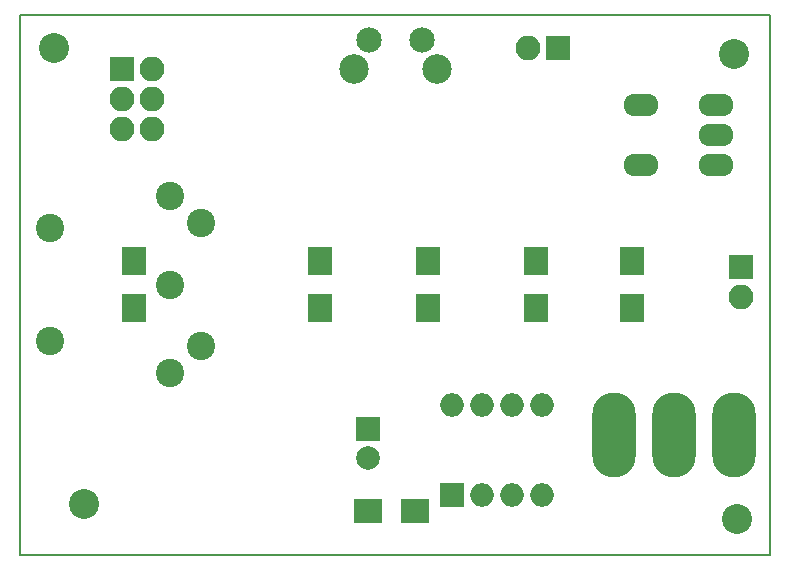
<source format=gbr>
G04 #@! TF.FileFunction,Soldermask,Bot*
%FSLAX46Y46*%
G04 Gerber Fmt 4.6, Leading zero omitted, Abs format (unit mm)*
G04 Created by KiCad (PCBNEW 4.0.7-e2-6376~61~ubuntu18.04.1) date Wed Jul 18 23:52:16 2018*
%MOMM*%
%LPD*%
G01*
G04 APERTURE LIST*
%ADD10C,0.100000*%
%ADD11C,0.150000*%
%ADD12R,2.000000X2.000000*%
%ADD13O,2.000000X2.000000*%
%ADD14R,2.100000X2.400000*%
%ADD15R,2.400000X2.100000*%
%ADD16C,2.000000*%
%ADD17R,2.100000X2.100000*%
%ADD18O,2.100000X2.100000*%
%ADD19C,2.500000*%
%ADD20C,2.150000*%
%ADD21O,3.700000X7.200000*%
%ADD22O,2.940000X1.924000*%
%ADD23C,2.400000*%
%ADD24C,2.540000*%
G04 APERTURE END LIST*
D10*
D11*
X0Y127000D02*
X0Y45847000D01*
X63500000Y127000D02*
X0Y127000D01*
X63500000Y127000D02*
X63500000Y45847000D01*
X63500000Y45847000D02*
X0Y45847000D01*
D12*
X36576000Y5207000D03*
D13*
X44196000Y12827000D03*
X39116000Y5207000D03*
X41656000Y12827000D03*
X41656000Y5207000D03*
X39116000Y12827000D03*
X44196000Y5207000D03*
X36576000Y12827000D03*
D14*
X43688000Y20987000D03*
X43688000Y24987000D03*
X25400000Y20987000D03*
X25400000Y24987000D03*
X9652000Y20987000D03*
X9652000Y24987000D03*
X51816000Y20987000D03*
X51816000Y24987000D03*
X34544000Y20987000D03*
X34544000Y24987000D03*
D15*
X33496000Y3810000D03*
X29496000Y3810000D03*
D12*
X29464000Y10795000D03*
D16*
X29464000Y8295000D03*
D17*
X8636000Y41275000D03*
D18*
X11176000Y41275000D03*
X8636000Y38735000D03*
X11176000Y38735000D03*
X8636000Y36195000D03*
X11176000Y36195000D03*
D19*
X35351000Y41198000D03*
D20*
X34091000Y43688000D03*
X29591000Y43688000D03*
D19*
X28341000Y41198000D03*
D21*
X60452000Y10287000D03*
X50292000Y10287000D03*
X55372000Y10287000D03*
D17*
X61087000Y24511000D03*
D18*
X61087000Y21971000D03*
D17*
X45593000Y43053000D03*
D18*
X43053000Y43053000D03*
D22*
X52578000Y38227000D03*
X52578000Y33147000D03*
X58928000Y38227000D03*
X58928000Y35687000D03*
X58928000Y33147000D03*
D23*
X2540000Y27787000D03*
X15367000Y28194000D03*
X15367000Y17780000D03*
X12700000Y15487000D03*
X12700000Y22987000D03*
X12700000Y30487000D03*
X2540000Y18187000D03*
D24*
X5461000Y4445000D03*
X2921000Y43053000D03*
X60452000Y42545000D03*
X60706000Y3175000D03*
M02*

</source>
